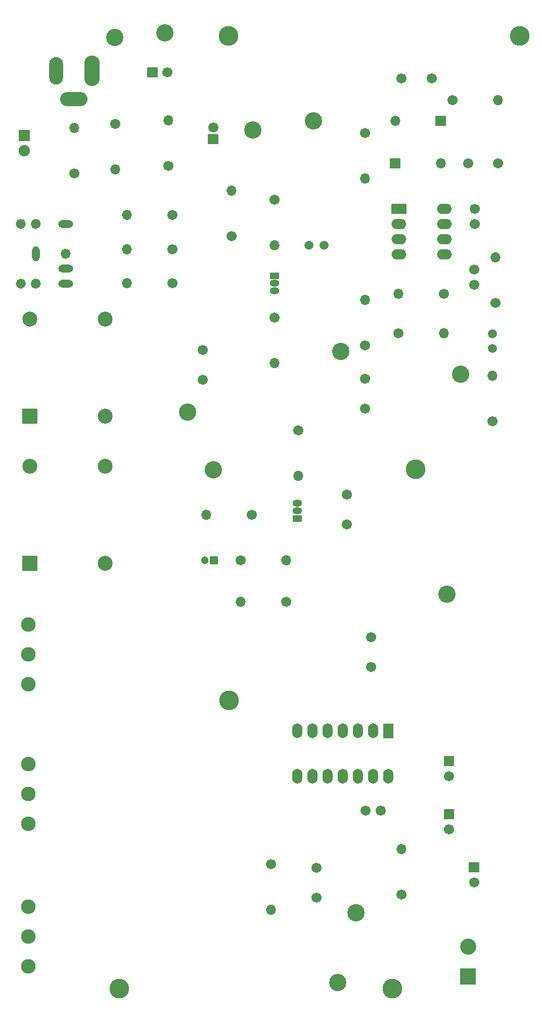
<source format=gts>
G04 #@! TF.GenerationSoftware,KiCad,Pcbnew,(5.1.10-1-10_14)*
G04 #@! TF.CreationDate,2021-11-12T14:31:54-05:00*
G04 #@! TF.ProjectId,Guitar_Amp,47756974-6172-45f4-916d-702e6b696361,rev?*
G04 #@! TF.SameCoordinates,Original*
G04 #@! TF.FileFunction,Soldermask,Top*
G04 #@! TF.FilePolarity,Negative*
%FSLAX46Y46*%
G04 Gerber Fmt 4.6, Leading zero omitted, Abs format (unit mm)*
G04 Created by KiCad (PCBNEW (5.1.10-1-10_14)) date 2021-11-12 14:31:54*
%MOMM*%
%LPD*%
G01*
G04 APERTURE LIST*
%ADD10C,0.854000*%
%ADD11C,2.901600*%
%ADD12C,3.301600*%
%ADD13C,1.701600*%
%ADD14C,2.441600*%
%ADD15C,1.301600*%
%ADD16O,2.517600X1.309600*%
%ADD17O,1.309600X2.517600*%
%ADD18O,1.701600X1.701600*%
%ADD19C,1.901600*%
%ADD20O,1.701600X2.501600*%
%ADD21O,2.501600X1.701600*%
%ADD22O,1.601600X1.151600*%
%ADD23C,2.701600*%
%ADD24C,2.501600*%
%ADD25O,4.601600X2.351600*%
%ADD26O,2.351600X4.601600*%
%ADD27O,2.601600X5.101600*%
%ADD28C,1.501600*%
G04 APERTURE END LIST*
D10*
X55093000Y-100377000D02*
G75*
G03*
X55093000Y-100377000I-427000J0D01*
G01*
X57593000Y-100377000D02*
G75*
G03*
X57593000Y-100377000I-427000J0D01*
G01*
X55093000Y-90377000D02*
G75*
G03*
X55093000Y-90377000I-427000J0D01*
G01*
X57593000Y-90377000D02*
G75*
G03*
X57593000Y-90377000I-427000J0D01*
G01*
X62593000Y-95377000D02*
G75*
G03*
X62593000Y-95377000I-427000J0D01*
G01*
X55093000Y-100377000D02*
G75*
G03*
X55093000Y-100377000I-427000J0D01*
G01*
X57593000Y-100377000D02*
G75*
G03*
X57593000Y-100377000I-427000J0D01*
G01*
X55093000Y-90377000D02*
G75*
G03*
X55093000Y-90377000I-427000J0D01*
G01*
X57593000Y-90377000D02*
G75*
G03*
X57593000Y-90377000I-427000J0D01*
G01*
X62593000Y-95377000D02*
G75*
G03*
X62593000Y-95377000I-427000J0D01*
G01*
D11*
X107696000Y-217424000D03*
X110744000Y-205740000D03*
X86868000Y-131572000D03*
X125984000Y-152400000D03*
X128270000Y-115570000D03*
X108204000Y-111760000D03*
X103632000Y-73152000D03*
X82550000Y-121920000D03*
X93472000Y-74676000D03*
X70358000Y-59182000D03*
X78740000Y-58420000D03*
D12*
X89535000Y-170180000D03*
X120777000Y-131445000D03*
D13*
X126365000Y-191730000D03*
G36*
G01*
X125565000Y-188379200D02*
X127165000Y-188379200D01*
G75*
G02*
X127215800Y-188430000I0J-50800D01*
G01*
X127215800Y-190030000D01*
G75*
G02*
X127165000Y-190080800I-50800J0D01*
G01*
X125565000Y-190080800D01*
G75*
G02*
X125514200Y-190030000I0J50800D01*
G01*
X125514200Y-188430000D01*
G75*
G02*
X125565000Y-188379200I50800J0D01*
G01*
G37*
X118444000Y-66040000D03*
X123444000Y-66040000D03*
X130556000Y-100544000D03*
X130556000Y-98044000D03*
D14*
X55880000Y-180848000D03*
X55880000Y-185848000D03*
X55880000Y-190848000D03*
D15*
X54666000Y-90377000D03*
X54666000Y-100377000D03*
X57166000Y-100377000D03*
X57166000Y-90377000D03*
X62166000Y-95377000D03*
D16*
X62166000Y-97877000D03*
X62166000Y-90377000D03*
X62166000Y-100377000D03*
D17*
X57166000Y-95377000D03*
D13*
X70485000Y-73660000D03*
D18*
X70485000Y-81280000D03*
D19*
X55245000Y-78105000D03*
G36*
G01*
X54345000Y-74614200D02*
X56145000Y-74614200D01*
G75*
G02*
X56195800Y-74665000I0J-50800D01*
G01*
X56195800Y-76465000D01*
G75*
G02*
X56145000Y-76515800I-50800J0D01*
G01*
X54345000Y-76515800D01*
G75*
G02*
X54294200Y-76465000I0J50800D01*
G01*
X54294200Y-74665000D01*
G75*
G02*
X54345000Y-74614200I50800J0D01*
G01*
G37*
D13*
X109220000Y-140716000D03*
X109220000Y-135716000D03*
X104140000Y-198200000D03*
X104140000Y-203200000D03*
X85090000Y-116506000D03*
X85090000Y-111506000D03*
D20*
X116205000Y-182880000D03*
X100965000Y-175260000D03*
X113665000Y-182880000D03*
X103505000Y-175260000D03*
X111125000Y-182880000D03*
X106045000Y-175260000D03*
X108585000Y-182880000D03*
X108585000Y-175260000D03*
X106045000Y-182880000D03*
X111125000Y-175260000D03*
X103505000Y-182880000D03*
X113665000Y-175260000D03*
X100965000Y-182880000D03*
G36*
G01*
X115405000Y-174009200D02*
X117005000Y-174009200D01*
G75*
G02*
X117055800Y-174060000I0J-50800D01*
G01*
X117055800Y-176460000D01*
G75*
G02*
X117005000Y-176510800I-50800J0D01*
G01*
X115405000Y-176510800D01*
G75*
G02*
X115354200Y-176460000I0J50800D01*
G01*
X115354200Y-174060000D01*
G75*
G02*
X115405000Y-174009200I50800J0D01*
G01*
G37*
D21*
X125603000Y-87884000D03*
X117983000Y-95504000D03*
X125603000Y-90424000D03*
X117983000Y-92964000D03*
X125603000Y-92964000D03*
X117983000Y-90424000D03*
X125603000Y-95504000D03*
G36*
G01*
X116732200Y-88684000D02*
X116732200Y-87084000D01*
G75*
G02*
X116783000Y-87033200I50800J0D01*
G01*
X119183000Y-87033200D01*
G75*
G02*
X119233800Y-87084000I0J-50800D01*
G01*
X119233800Y-88684000D01*
G75*
G02*
X119183000Y-88734800I-50800J0D01*
G01*
X116783000Y-88734800D01*
G75*
G02*
X116732200Y-88684000I0J50800D01*
G01*
G37*
D14*
X55880000Y-204724000D03*
X55880000Y-209724000D03*
X55880000Y-214724000D03*
X55880000Y-157480000D03*
X55880000Y-162480000D03*
X55880000Y-167480000D03*
D18*
X118364000Y-195072000D03*
D13*
X118364000Y-202692000D03*
D18*
X85725000Y-139065000D03*
D13*
X93345000Y-139065000D03*
D18*
X96520000Y-205232000D03*
D13*
X96520000Y-197612000D03*
D18*
X99060000Y-146685000D03*
D13*
X91440000Y-146685000D03*
D18*
X91440000Y-153670000D03*
D13*
X99060000Y-153670000D03*
D18*
X101092000Y-132588000D03*
D13*
X101092000Y-124968000D03*
D18*
X133604000Y-115824000D03*
D13*
X133604000Y-123444000D03*
D18*
X134112000Y-96012000D03*
D13*
X134112000Y-103632000D03*
D18*
X112268000Y-103124000D03*
D13*
X112268000Y-110744000D03*
D18*
X125476000Y-108712000D03*
D13*
X117856000Y-108712000D03*
D18*
X117856000Y-102108000D03*
D13*
X125476000Y-102108000D03*
D18*
X134543800Y-69672200D03*
D13*
X126923800Y-69672200D03*
D18*
X112268000Y-82804000D03*
D13*
X112268000Y-75184000D03*
D18*
X89916000Y-84836000D03*
D13*
X89916000Y-92456000D03*
D18*
X97155000Y-93980000D03*
D13*
X97155000Y-86360000D03*
D18*
X63627000Y-74295000D03*
D13*
X63627000Y-81915000D03*
X97155000Y-106045000D03*
D18*
X97155000Y-113665000D03*
X79375000Y-73025000D03*
D13*
X79375000Y-80645000D03*
D18*
X72390000Y-94615000D03*
D13*
X80010000Y-94615000D03*
D18*
X72390000Y-100330000D03*
D13*
X80010000Y-100330000D03*
D18*
X72390000Y-88900000D03*
D13*
X80010000Y-88900000D03*
G36*
G01*
X101715000Y-140275800D02*
X100215000Y-140275800D01*
G75*
G02*
X100164200Y-140225000I0J50800D01*
G01*
X100164200Y-139175000D01*
G75*
G02*
X100215000Y-139124200I50800J0D01*
G01*
X101715000Y-139124200D01*
G75*
G02*
X101765800Y-139175000I0J-50800D01*
G01*
X101765800Y-140225000D01*
G75*
G02*
X101715000Y-140275800I-50800J0D01*
G01*
G37*
D22*
X100965000Y-137160000D03*
X100965000Y-138430000D03*
G36*
G01*
X96405000Y-98484200D02*
X97905000Y-98484200D01*
G75*
G02*
X97955800Y-98535000I0J-50800D01*
G01*
X97955800Y-99585000D01*
G75*
G02*
X97905000Y-99635800I-50800J0D01*
G01*
X96405000Y-99635800D01*
G75*
G02*
X96354200Y-99585000I0J50800D01*
G01*
X96354200Y-98535000D01*
G75*
G02*
X96405000Y-98484200I50800J0D01*
G01*
G37*
X97155000Y-101600000D03*
X97155000Y-100330000D03*
D23*
X129540000Y-211408000D03*
G36*
G01*
X130840000Y-217758800D02*
X128240000Y-217758800D01*
G75*
G02*
X128189200Y-217708000I0J50800D01*
G01*
X128189200Y-215108000D01*
G75*
G02*
X128240000Y-215057200I50800J0D01*
G01*
X130840000Y-215057200D01*
G75*
G02*
X130890800Y-215108000I0J-50800D01*
G01*
X130890800Y-217708000D01*
G75*
G02*
X130840000Y-217758800I-50800J0D01*
G01*
G37*
D24*
X68763464Y-130915000D03*
X56163464Y-130915000D03*
X68763464Y-147215000D03*
G36*
G01*
X54912664Y-148415000D02*
X54912664Y-146015000D01*
G75*
G02*
X54963464Y-145964200I50800J0D01*
G01*
X57363464Y-145964200D01*
G75*
G02*
X57414264Y-146015000I0J-50800D01*
G01*
X57414264Y-148415000D01*
G75*
G02*
X57363464Y-148465800I-50800J0D01*
G01*
X54963464Y-148465800D01*
G75*
G02*
X54912664Y-148415000I0J50800D01*
G01*
G37*
D25*
X63548000Y-69470000D03*
D26*
X60548000Y-64770000D03*
D27*
X66548000Y-64770000D03*
D24*
X68763464Y-106277000D03*
X56163464Y-106277000D03*
X68763464Y-122577000D03*
G36*
G01*
X54912664Y-123777000D02*
X54912664Y-121377000D01*
G75*
G02*
X54963464Y-121326200I50800J0D01*
G01*
X57363464Y-121326200D01*
G75*
G02*
X57414264Y-121377000I0J-50800D01*
G01*
X57414264Y-123777000D01*
G75*
G02*
X57363464Y-123827800I-50800J0D01*
G01*
X54963464Y-123827800D01*
G75*
G02*
X54912664Y-123777000I0J50800D01*
G01*
G37*
D12*
X89408000Y-58928000D03*
X138176000Y-58928000D03*
X71120000Y-218440000D03*
X116840000Y-218440000D03*
D18*
X124968000Y-80264000D03*
G36*
G01*
X116497200Y-81064000D02*
X116497200Y-79464000D01*
G75*
G02*
X116548000Y-79413200I50800J0D01*
G01*
X118148000Y-79413200D01*
G75*
G02*
X118198800Y-79464000I0J-50800D01*
G01*
X118198800Y-81064000D01*
G75*
G02*
X118148000Y-81114800I-50800J0D01*
G01*
X116548000Y-81114800D01*
G75*
G02*
X116497200Y-81064000I0J50800D01*
G01*
G37*
X117348000Y-73152000D03*
G36*
G01*
X125818800Y-72352000D02*
X125818800Y-73952000D01*
G75*
G02*
X125768000Y-74002800I-50800J0D01*
G01*
X124168000Y-74002800D01*
G75*
G02*
X124117200Y-73952000I0J50800D01*
G01*
X124117200Y-72352000D01*
G75*
G02*
X124168000Y-72301200I50800J0D01*
G01*
X125768000Y-72301200D01*
G75*
G02*
X125818800Y-72352000I0J-50800D01*
G01*
G37*
D13*
X130556000Y-200620000D03*
G36*
G01*
X129756000Y-197269200D02*
X131356000Y-197269200D01*
G75*
G02*
X131406800Y-197320000I0J-50800D01*
G01*
X131406800Y-198920000D01*
G75*
G02*
X131356000Y-198970800I-50800J0D01*
G01*
X129756000Y-198970800D01*
G75*
G02*
X129705200Y-198920000I0J50800D01*
G01*
X129705200Y-197320000D01*
G75*
G02*
X129756000Y-197269200I50800J0D01*
G01*
G37*
D15*
X85495000Y-146685000D03*
G36*
G01*
X87645800Y-146085000D02*
X87645800Y-147285000D01*
G75*
G02*
X87595000Y-147335800I-50800J0D01*
G01*
X86395000Y-147335800D01*
G75*
G02*
X86344200Y-147285000I0J50800D01*
G01*
X86344200Y-146085000D01*
G75*
G02*
X86395000Y-146034200I50800J0D01*
G01*
X87595000Y-146034200D01*
G75*
G02*
X87645800Y-146085000I0J-50800D01*
G01*
G37*
D13*
X126365000Y-182840000D03*
G36*
G01*
X125565000Y-179489200D02*
X127165000Y-179489200D01*
G75*
G02*
X127215800Y-179540000I0J-50800D01*
G01*
X127215800Y-181140000D01*
G75*
G02*
X127165000Y-181190800I-50800J0D01*
G01*
X125565000Y-181190800D01*
G75*
G02*
X125514200Y-181140000I0J50800D01*
G01*
X125514200Y-179540000D01*
G75*
G02*
X125565000Y-179489200I50800J0D01*
G01*
G37*
X114895000Y-188595000D03*
X112395000Y-188595000D03*
X113284000Y-159592000D03*
X113284000Y-164592000D03*
D28*
X133604000Y-108752000D03*
X133604000Y-111252000D03*
D13*
X112268000Y-121332000D03*
X112268000Y-116332000D03*
X134540000Y-80264000D03*
X129540000Y-80264000D03*
X130683000Y-90384000D03*
X130683000Y-87884000D03*
D28*
X102910000Y-93980000D03*
X105410000Y-93980000D03*
D13*
X86868000Y-74200000D03*
G36*
G01*
X87668000Y-77050800D02*
X86068000Y-77050800D01*
G75*
G02*
X86017200Y-77000000I0J50800D01*
G01*
X86017200Y-75400000D01*
G75*
G02*
X86068000Y-75349200I50800J0D01*
G01*
X87668000Y-75349200D01*
G75*
G02*
X87718800Y-75400000I0J-50800D01*
G01*
X87718800Y-77000000D01*
G75*
G02*
X87668000Y-77050800I-50800J0D01*
G01*
G37*
X79208000Y-65024000D03*
G36*
G01*
X75857200Y-65824000D02*
X75857200Y-64224000D01*
G75*
G02*
X75908000Y-64173200I50800J0D01*
G01*
X77508000Y-64173200D01*
G75*
G02*
X77558800Y-64224000I0J-50800D01*
G01*
X77558800Y-65824000D01*
G75*
G02*
X77508000Y-65874800I-50800J0D01*
G01*
X75908000Y-65874800D01*
G75*
G02*
X75857200Y-65824000I0J50800D01*
G01*
G37*
M02*

</source>
